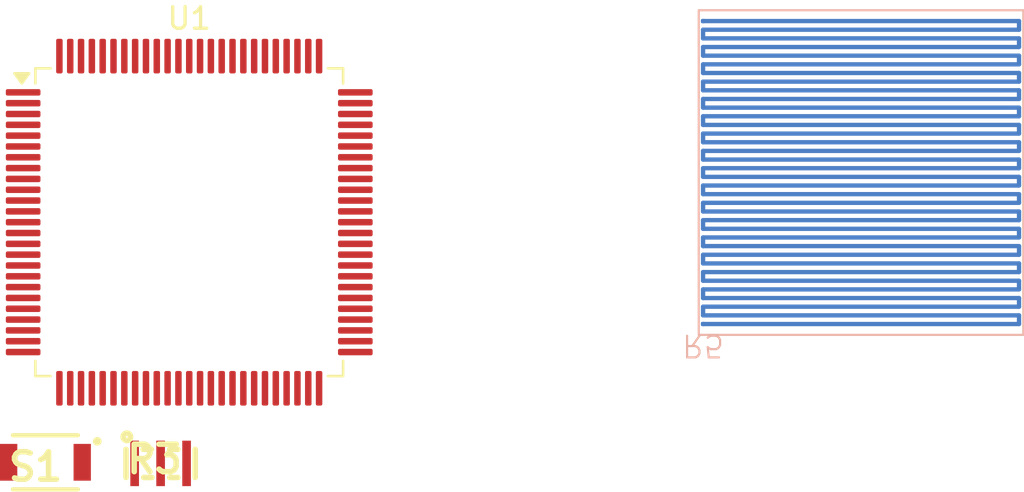
<source format=kicad_pcb>
(kicad_pcb (version 20240108) (generator "pcbnew") (generator_version "8.0")
  (layers (0 "F.Cu" signal) (31 "B.Cu" signal) (34 "B.Paste" user) (35 "F.Paste" user) (36 "B.SilkS" user "B.Silkscreen") (37 "F.SilkS" user "F.Silkscreen") (38 "B.Mask" user) (39 "F.Mask" user) (44 "Edge.Cuts" user))
  (net 0 "")
  (net 1 "/MCU_Core/OSCH_OUT")
  (net 2 "/MCU_Core/OSCH_IN")
  (net 3 "GND")
  (net 6 "/MCU_Core/NRST")
  (net 15 "+3.3V")
  (net 30 "/MCU_Core/Dbg_TX")
  (net 46 "/MCU_Core/VCAP_1")
  (net 49 "/MCU_Core/SWDIO")
  (net 52 "/MCU_Core/VCAP_2")
  (net 64 "/MCU_Core/Dbg_RX")
  (net 66 "+3.3VADC")
  (net 74 "/MCU_Core/BOOT0")
  (net 78 "/MCU_Core/SWCLK")
  (footprint "SamacSys_Parts:CSTCE12M0G55-R0" (layer "F.Cu") (at 67.68214 73.32114)
    (property "Reference" "R3" (at -0.282 -0.192 0) (layer "F.SilkS") (effects (font (size 1.27 1.27) (thickness 0.254))))
    (property "Value" "CSTCE16M00G55-R0" (hide yes))
    (fp_line (start -1.6 0.65) (end -1.6 -0.65) (stroke (width 0.254)) (layer "F.SilkS"))
    (fp_line (start -0.807 -0.65) (end -0.428 -0.65) (stroke (width 0.254)) (layer "F.SilkS"))
    (fp_line (start -0.783 0.65) (end -0.404 0.65) (stroke (width 0.254)) (layer "F.SilkS"))
    (fp_line (start 0.417 -0.65) (end 0.796 -0.65) (stroke (width 0.254)) (layer "F.SilkS"))
    (fp_line (start 0.417 0.65) (end 0.796 0.65) (stroke (width 0.254)) (layer "F.SilkS"))
    (fp_line (start 1.6 -0.65) (end 1.6 0.65) (stroke (width 0.254)) (layer "F.SilkS"))
    (fp_circle (center -1.559 -1.228) (end -1.559 -1.18186) (stroke (width 0.254)) (fill none) (layer "F.SilkS"))
    (pad "1" smd rect (at -1.2 0) (size 0.4 2.1) (layers "F.Cu" "F.Paste" "F.Mask") (net 2 "/MCU_Core/OSCH_IN"))
    (pad "2" smd rect (at 0 0) (size 0.4 2.1) (layers "F.Cu" "F.Paste" "F.Mask") (net 3 "GND"))
    (pad "3" smd rect (at 1.2 0) (size 0.4 2.1) (layers "F.Cu" "F.Paste" "F.Mask") (net 1 "/MCU_Core/OSCH_OUT"))
  )
  (footprint "Package_QFP:LQFP-100_14x14mm_P0.5mm" (layer "F.Cu") (at 69.005 62.175)
    (property "Reference" "U1" (at 0 -9.42 0) (layer "F.SilkS"))
    (property "Value" "STM32F407VETx")
    (fp_line (start -7.11 -7.11) (end -7.11 -6.41) (stroke (width 0.12)) (layer "F.SilkS"))
    (fp_line (start -7.11 7.11) (end -7.11 6.41) (stroke (width 0.12)) (layer "F.SilkS"))
    (fp_line (start -6.41 -7.11) (end -7.11 -7.11) (stroke (width 0.12)) (layer "F.SilkS"))
    (fp_line (start -6.41 7.11) (end -7.11 7.11) (stroke (width 0.12)) (layer "F.SilkS"))
    (fp_line (start 6.41 -7.11) (end 7.11 -7.11) (stroke (width 0.12)) (layer "F.SilkS"))
    (fp_line (start 6.41 7.11) (end 7.11 7.11) (stroke (width 0.12)) (layer "F.SilkS"))
    (fp_line (start 7.11 -7.11) (end 7.11 -6.41) (stroke (width 0.12)) (layer "F.SilkS"))
    (fp_line (start 7.11 7.11) (end 7.11 6.41) (stroke (width 0.12)) (layer "F.SilkS"))
    (fp_poly (pts (xy -7.7375 -6.41) (xy -8.0775 -6.88) (xy -7.3975 -6.88) (xy -7.7375 -6.41)) (stroke (width 0.12)) (fill solid) (layer "F.SilkS"))
    (pad "1" smd roundrect (at -7.675 -6) (size 1.6 0.3) (layers "F.Cu" "F.Paste" "F.Mask"))
    (pad "2" smd roundrect (at -7.675 -5.5) (size 1.6 0.3) (layers "F.Cu" "F.Paste" "F.Mask"))
    (pad "3" smd roundrect (at -7.675 -5) (size 1.6 0.3) (layers "F.Cu" "F.Paste" "F.Mask"))
    (pad "4" smd roundrect (at -7.675 -4.5) (size 1.6 0.3) (layers "F.Cu" "F.Paste" "F.Mask"))
    (pad "5" smd roundrect (at -7.675 -4) (size 1.6 0.3) (layers "F.Cu" "F.Paste" "F.Mask"))
    (pad "6" smd roundrect (at -7.675 -3.5) (size 1.6 0.3) (layers "F.Cu" "F.Paste" "F.Mask") (net 15 "+3.3V"))
    (pad "7" smd roundrect (at -7.675 -3) (size 1.6 0.3) (layers "F.Cu" "F.Paste" "F.Mask"))
    (pad "8" smd roundrect (at -7.675 -2.5) (size 1.6 0.3) (layers "F.Cu" "F.Paste" "F.Mask"))
    (pad "9" smd roundrect (at -7.675 -2) (size 1.6 0.3) (layers "F.Cu" "F.Paste" "F.Mask"))
    (pad "10" smd roundrect (at -7.675 -1.5) (size 1.6 0.3) (layers "F.Cu" "F.Paste" "F.Mask") (net 3 "GND"))
    (pad "11" smd roundrect (at -7.675 -1) (size 1.6 0.3) (layers "F.Cu" "F.Paste" "F.Mask") (net 15 "+3.3V"))
    (pad "12" smd roundrect (at -7.675 -0.5) (size 1.6 0.3) (layers "F.Cu" "F.Paste" "F.Mask") (net 2 "/MCU_Core/OSCH_IN"))
    (pad "13" smd roundrect (at -7.675 0) (size 1.6 0.3) (layers "F.Cu" "F.Paste" "F.Mask") (net 1 "/MCU_Core/OSCH_OUT"))
    (pad "14" smd roundrect (at -7.675 0.5) (size 1.6 0.3) (layers "F.Cu" "F.Paste" "F.Mask") (net 6 "/MCU_Core/NRST"))
    (pad "15" smd roundrect (at -7.675 1) (size 1.6 0.3) (layers "F.Cu" "F.Paste" "F.Mask"))
    (pad "16" smd roundrect (at -7.675 1.5) (size 1.6 0.3) (layers "F.Cu" "F.Paste" "F.Mask"))
    (pad "17" smd roundrect (at -7.675 2) (size 1.6 0.3) (layers "F.Cu" "F.Paste" "F.Mask"))
    (pad "18" smd roundrect (at -7.675 2.5) (size 1.6 0.3) (layers "F.Cu" "F.Paste" "F.Mask"))
    (pad "19" smd roundrect (at -7.675 3) (size 1.6 0.3) (layers "F.Cu" "F.Paste" "F.Mask") (net 15 "+3.3V"))
    (pad "20" smd roundrect (at -7.675 3.5) (size 1.6 0.3) (layers "F.Cu" "F.Paste" "F.Mask") (net 3 "GND"))
    (pad "21" smd roundrect (at -7.675 4) (size 1.6 0.3) (layers "F.Cu" "F.Paste" "F.Mask") (net 66 "+3.3VADC"))
    (pad "22" smd roundrect (at -7.675 4.5) (size 1.6 0.3) (layers "F.Cu" "F.Paste" "F.Mask") (net 66 "+3.3VADC"))
    (pad "23" smd roundrect (at -7.675 5) (size 1.6 0.3) (layers "F.Cu" "F.Paste" "F.Mask"))
    (pad "24" smd roundrect (at -7.675 5.5) (size 1.6 0.3) (layers "F.Cu" "F.Paste" "F.Mask"))
    (pad "25" smd roundrect (at -7.675 6) (size 1.6 0.3) (layers "F.Cu" "F.Paste" "F.Mask"))
    (pad "26" smd roundrect (at -6 7.675) (size 0.3 1.6) (layers "F.Cu" "F.Paste" "F.Mask"))
    (pad "27" smd roundrect (at -5.5 7.675) (size 0.3 1.6) (layers "F.Cu" "F.Paste" "F.Mask") (net 3 "GND"))
    (pad "28" smd roundrect (at -5 7.675) (size 0.3 1.6) (layers "F.Cu" "F.Paste" "F.Mask") (net 15 "+3.3V"))
    (pad "29" smd roundrect (at -4.5 7.675) (size 0.3 1.6) (layers "F.Cu" "F.Paste" "F.Mask"))
    (pad "30" smd roundrect (at -4 7.675) (size 0.3 1.6) (layers "F.Cu" "F.Paste" "F.Mask"))
    (pad "31" smd roundrect (at -3.5 7.675) (size 0.3 1.6) (layers "F.Cu" "F.Paste" "F.Mask"))
    (pad "32" smd roundrect (at -3 7.675) (size 0.3 1.6) (layers "F.Cu" "F.Paste" "F.Mask"))
    (pad "33" smd roundrect (at -2.5 7.675) (size 0.3 1.6) (layers "F.Cu" "F.Paste" "F.Mask"))
    (pad "34" smd roundrect (at -2 7.675) (size 0.3 1.6) (layers "F.Cu" "F.Paste" "F.Mask"))
    (pad "35" smd roundrect (at -1.5 7.675) (size 0.3 1.6) (layers "F.Cu" "F.Paste" "F.Mask"))
    (pad "36" smd roundrect (at -1 7.675) (size 0.3 1.6) (layers "F.Cu" "F.Paste" "F.Mask"))
    (pad "37" smd roundrect (at -0.5 7.675) (size 0.3 1.6) (layers "F.Cu" "F.Paste" "F.Mask"))
    (pad "38" smd roundrect (at 0 7.675) (size 0.3 1.6) (layers "F.Cu" "F.Paste" "F.Mask"))
    (pad "39" smd roundrect (at 0.5 7.675) (size 0.3 1.6) (layers "F.Cu" "F.Paste" "F.Mask"))
    (pad "40" smd roundrect (at 1 7.675) (size 0.3 1.6) (layers "F.Cu" "F.Paste" "F.Mask"))
    (pad "41" smd roundrect (at 1.5 7.675) (size 0.3 1.6) (layers "F.Cu" "F.Paste" "F.Mask"))
    (pad "42" smd roundrect (at 2 7.675) (size 0.3 1.6) (layers "F.Cu" "F.Paste" "F.Mask"))
    (pad "43" smd roundrect (at 2.5 7.675) (size 0.3 1.6) (layers "F.Cu" "F.Paste" "F.Mask"))
    (pad "44" smd roundrect (at 3 7.675) (size 0.3 1.6) (layers "F.Cu" "F.Paste" "F.Mask"))
    (pad "45" smd roundrect (at 3.5 7.675) (size 0.3 1.6) (layers "F.Cu" "F.Paste" "F.Mask"))
    (pad "46" smd roundrect (at 4 7.675) (size 0.3 1.6) (layers "F.Cu" "F.Paste" "F.Mask"))
    (pad "47" smd roundrect (at 4.5 7.675) (size 0.3 1.6) (layers "F.Cu" "F.Paste" "F.Mask"))
    (pad "48" smd roundrect (at 5 7.675) (size 0.3 1.6) (layers "F.Cu" "F.Paste" "F.Mask"))
    (pad "49" smd roundrect (at 5.5 7.675) (size 0.3 1.6) (layers "F.Cu" "F.Paste" "F.Mask") (net 46 "/MCU_Core/VCAP_1"))
    (pad "50" smd roundrect (at 6 7.675) (size 0.3 1.6) (layers "F.Cu" "F.Paste" "F.Mask") (net 15 "+3.3V"))
    (pad "51" smd roundrect (at 7.675 6) (size 1.6 0.3) (layers "F.Cu" "F.Paste" "F.Mask"))
    (pad "52" smd roundrect (at 7.675 5.5) (size 1.6 0.3) (layers "F.Cu" "F.Paste" "F.Mask"))
    (pad "53" smd roundrect (at 7.675 5) (size 1.6 0.3) (layers "F.Cu" "F.Paste" "F.Mask"))
    (pad "54" smd roundrect (at 7.675 4.5) (size 1.6 0.3) (layers "F.Cu" "F.Paste" "F.Mask"))
    (pad "55" smd roundrect (at 7.675 4) (size 1.6 0.3) (layers "F.Cu" "F.Paste" "F.Mask"))
    (pad "56" smd roundrect (at 7.675 3.5) (size 1.6 0.3) (layers "F.Cu" "F.Paste" "F.Mask"))
    (pad "57" smd roundrect (at 7.675 3) (size 1.6 0.3) (layers "F.Cu" "F.Paste" "F.Mask"))
    (pad "58" smd roundrect (at 7.675 2.5) (size 1.6 0.3) (layers "F.Cu" "F.Paste" "F.Mask"))
    (pad "59" smd roundrect (at 7.675 2) (size 1.6 0.3) (layers "F.Cu" "F.Paste" "F.Mask"))
    (pad "60" smd roundrect (at 7.675 1.5) (size 1.6 0.3) (layers "F.Cu" "F.Paste" "F.Mask"))
    (pad "61" smd roundrect (at 7.675 1) (size 1.6 0.3) (layers "F.Cu" "F.Paste" "F.Mask"))
    (pad "62" smd roundrect (at 7.675 0.5) (size 1.6 0.3) (layers "F.Cu" "F.Paste" "F.Mask"))
    (pad "63" smd roundrect (at 7.675 0) (size 1.6 0.3) (layers "F.Cu" "F.Paste" "F.Mask"))
    (pad "64" smd roundrect (at 7.675 -0.5) (size 1.6 0.3) (layers "F.Cu" "F.Paste" "F.Mask"))
    (pad "65" smd roundrect (at 7.675 -1) (size 1.6 0.3) (layers "F.Cu" "F.Paste" "F.Mask"))
    (pad "66" smd roundrect (at 7.675 -1.5) (size 1.6 0.3) (layers "F.Cu" "F.Paste" "F.Mask"))
    (pad "67" smd roundrect (at 7.675 -2) (size 1.6 0.3) (layers "F.Cu" "F.Paste" "F.Mask"))
    (pad "68" smd roundrect (at 7.675 -2.5) (size 1.6 0.3) (layers "F.Cu" "F.Paste" "F.Mask"))
    (pad "69" smd roundrect (at 7.675 -3) (size 1.6 0.3) (layers "F.Cu" "F.Paste" "F.Mask"))
    (pad "70" smd roundrect (at 7.675 -3.5) (size 1.6 0.3) (layers "F.Cu" "F.Paste" "F.Mask"))
    (pad "71" smd roundrect (at 7.675 -4) (size 1.6 0.3) (layers "F.Cu" "F.Paste" "F.Mask"))
    (pad "72" smd roundrect (at 7.675 -4.5) (size 1.6 0.3) (layers "F.Cu" "F.Paste" "F.Mask") (net 49 "/MCU_Core/SWDIO"))
    (pad "73" smd roundrect (at 7.675 -5) (size 1.6 0.3) (layers "F.Cu" "F.Paste" "F.Mask") (net 52 "/MCU_Core/VCAP_2"))
    (pad "74" smd roundrect (at 7.675 -5.5) (size 1.6 0.3) (layers "F.Cu" "F.Paste" "F.Mask") (net 3 "GND"))
    (pad "75" smd roundrect (at 7.675 -6) (size 1.6 0.3) (layers "F.Cu" "F.Paste" "F.Mask") (net 15 "+3.3V"))
    (pad "76" smd roundrect (at 6 -7.675) (size 0.3 1.6) (layers "F.Cu" "F.Paste" "F.Mask") (net 78 "/MCU_Core/SWCLK"))
    (pad "77" smd roundrect (at 5.5 -7.675) (size 0.3 1.6) (layers "F.Cu" "F.Paste" "F.Mask"))
    (pad "78" smd roundrect (at 5 -7.675) (size 0.3 1.6) (layers "F.Cu" "F.Paste" "F.Mask"))
    (pad "79" smd roundrect (at 4.5 -7.675) (size 0.3 1.6) (layers "F.Cu" "F.Paste" "F.Mask"))
    (pad "80" smd roundrect (at 4 -7.675) (size 0.3 1.6) (layers "F.Cu" "F.Paste" "F.Mask") (net 30 "/MCU_Core/Dbg_TX"))
    (pad "81" smd roundrect (at 3.5 -7.675) (size 0.3 1.6) (layers "F.Cu" "F.Paste" "F.Mask"))
    (pad "82" smd roundrect (at 3 -7.675) (size 0.3 1.6) (layers "F.Cu" "F.Paste" "F.Mask"))
    (pad "83" smd roundrect (at 2.5 -7.675) (size 0.3 1.6) (layers "F.Cu" "F.Paste" "F.Mask") (net 64 "/MCU_Core/Dbg_RX"))
    (pad "84" smd roundrect (at 2 -7.675) (size 0.3 1.6) (layers "F.Cu" "F.Paste" "F.Mask"))
    (pad "85" smd roundrect (at 1.5 -7.675) (size 0.3 1.6) (layers "F.Cu" "F.Paste" "F.Mask"))
    (pad "86" smd roundrect (at 1 -7.675) (size 0.3 1.6) (layers "F.Cu" "F.Paste" "F.Mask"))
    (pad "87" smd roundrect (at 0.5 -7.675) (size 0.3 1.6) (layers "F.Cu" "F.Paste" "F.Mask"))
    (pad "88" smd roundrect (at 0 -7.675) (size 0.3 1.6) (layers "F.Cu" "F.Paste" "F.Mask"))
    (pad "89" smd roundrect (at -0.5 -7.675) (size 0.3 1.6) (layers "F.Cu" "F.Paste" "F.Mask"))
    (pad "90" smd roundrect (at -1 -7.675) (size 0.3 1.6) (layers "F.Cu" "F.Paste" "F.Mask"))
    (pad "91" smd roundrect (at -1.5 -7.675) (size 0.3 1.6) (layers "F.Cu" "F.Paste" "F.Mask"))
    (pad "92" smd roundrect (at -2 -7.675) (size 0.3 1.6) (layers "F.Cu" "F.Paste" "F.Mask"))
    (pad "93" smd roundrect (at -2.5 -7.675) (size 0.3 1.6) (layers "F.Cu" "F.Paste" "F.Mask"))
    (pad "94" smd roundrect (at -3 -7.675) (size 0.3 1.6) (layers "F.Cu" "F.Paste" "F.Mask") (net 74 "/MCU_Core/BOOT0"))
    (pad "95" smd roundrect (at -3.5 -7.675) (size 0.3 1.6) (layers "F.Cu" "F.Paste" "F.Mask"))
    (pad "96" smd roundrect (at -4 -7.675) (size 0.3 1.6) (layers "F.Cu" "F.Paste" "F.Mask"))
    (pad "97" smd roundrect (at -4.5 -7.675) (size 0.3 1.6) (layers "F.Cu" "F.Paste" "F.Mask"))
    (pad "98" smd roundrect (at -5 -7.675) (size 0.3 1.6) (layers "F.Cu" "F.Paste" "F.Mask"))
    (pad "99" smd roundrect (at -5.5 -7.675) (size 0.3 1.6) (layers "F.Cu" "F.Paste" "F.Mask") (net 3 "GND"))
    (pad "100" smd roundrect (at -6 -7.675) (size 0.3 1.6) (layers "F.Cu" "F.Paste" "F.Mask") (net 15 "+3.3V"))
  )
  (footprint "SamacSys_Parts:B3U-1000P" (layer "F.Cu") (at 62.36 73.27)
    (property "Reference" "S1" (at -0.461 0.206 0) (layer "F.SilkS") (effects (font (size 1.27 1.27) (thickness 0.254))))
    (property "Value" "RST" (hide yes))
    (fp_line (start -1.5 -1.25) (end 1.5 -1.25) (stroke (width 0.2)) (layer "F.SilkS"))
    (fp_line (start -1.5 1.25) (end 1.5 1.25) (stroke (width 0.2)) (layer "F.SilkS"))
    (fp_circle (center 2.395 -0.971) (end 2.395 -0.871) (stroke (width 0.2)) (fill none) (layer "F.SilkS"))
    (pad "1" smd rect (at 1.7 0) (size 0.8 1.7) (layers "F.Cu" "F.Paste" "F.Mask") (net 3 "GND"))
    (pad "2" smd rect (at -1.7 0) (size 0.8 1.7) (layers "F.Cu" "F.Paste" "F.Mask") (net 6 "/MCU_Core/NRST"))
  )
  (footprint "SamacSys_Parts:IMU_Heater" (layer "B.Cu") (at 92.55 67.38)
    (property "Reference" "R5" (at 0.2 0.5 180) (layer "B.SilkS") (effects (font (thickness 0.1)) (justify mirror)))
    (property "Value" "IMU_Heater")
    (fp_line (start 0.2 -14.5) (end 14.8 -14.5) (stroke (width 0.2)) (layer "B.Cu"))
    (fp_line (start 0.2 -14.1) (end 0.2 -13.7) (stroke (width 0.2)) (layer "B.Cu"))
    (fp_line (start 0.2 -13.7) (end 14.8 -13.7) (stroke (width 0.2)) (layer "B.Cu"))
    (fp_line (start 0.2 -13.3) (end 0.2 -12.9) (stroke (width 0.2)) (layer "B.Cu"))
    (fp_line (start 0.2 -12.9) (end 14.8 -12.9) (stroke (width 0.2)) (layer "B.Cu"))
    (fp_line (start 0.2 -12.5) (end 0.2 -12.1) (stroke (width 0.2)) (layer "B.Cu"))
    (fp_line (start 0.2 -12.1) (end 14.8 -12.1) (stroke (width 0.2)) (layer "B.Cu"))
    (fp_line (start 0.2 -11.7) (end 0.2 -11.3) (stroke (width 0.2)) (layer "B.Cu"))
    (fp_line (start 0.2 -11.3) (end 14.8 -11.3) (stroke (width 0.2)) (layer "B.Cu"))
    (fp_line (start 0.2 -10.9) (end 0.2 -10.5) (stroke (width 0.2)) (layer "B.Cu"))
    (fp_line (start 0.2 -10.5) (end 14.8 -10.5) (stroke (width 0.2)) (layer "B.Cu"))
    (fp_line (start 0.2 -10.1) (end 0.2 -9.7) (stroke (width 0.2)) (layer "B.Cu"))
    (fp_line (start 0.2 -9.7) (end 14.8 -9.7) (stroke (width 0.2)) (layer "B.Cu"))
    (fp_line (start 0.2 -9.3) (end 0.2 -8.9) (stroke (width 0.2)) (layer "B.Cu"))
    (fp_line (start 0.2 -8.9) (end 14.8 -8.9) (stroke (width 0.2)) (layer "B.Cu"))
    (fp_line (start 0.2 -8.5) (end 0.2 -8.1) (stroke (width 0.2)) (layer "B.Cu"))
    (fp_line (start 0.2 -8.1) (end 14.8 -8.1) (stroke (width 0.2)) (layer "B.Cu"))
    (fp_line (start 0.2 -7.7) (end 0.2 -7.3) (stroke (width 0.2)) (layer "B.Cu"))
    (fp_line (start 0.2 -7.3) (end 14.8 -7.3) (stroke (width 0.2)) (layer "B.Cu"))
    (fp_line (start 0.2 -6.9) (end 0.2 -6.5) (stroke (width 0.2)) (layer "B.Cu"))
    (fp_line (start 0.2 -6.5) (end 14.8 -6.5) (stroke (width 0.2)) (layer "B.Cu"))
    (fp_line (start 0.2 -6.1) (end 0.2 -5.7) (stroke (width 0.2)) (layer "B.Cu"))
    (fp_line (start 0.2 -5.7) (end 14.8 -5.7) (stroke (width 0.2)) (layer "B.Cu"))
    (fp_line (start 0.2 -5.3) (end 0.2 -4.9) (stroke (width 0.2)) (layer "B.Cu"))
    (fp_line (start 0.2 -4.9) (end 14.8 -4.9) (stroke (width 0.2)) (layer "B.Cu"))
    (fp_line (start 0.2 -4.5) (end 0.2 -4.1) (stroke (width 0.2)) (layer "B.Cu"))
    (fp_line (start 0.2 -4.1) (end 14.8 -4.1) (stroke (width 0.2)) (layer "B.Cu"))
    (fp_line (start 0.2 -3.7) (end 0.2 -3.3) (stroke (width 0.2)) (layer "B.Cu"))
    (fp_line (start 0.2 -3.3) (end 14.8 -3.3) (stroke (width 0.2)) (layer "B.Cu"))
    (fp_line (start 0.2 -2.9) (end 0.2 -2.5) (stroke (width 0.2)) (layer "B.Cu"))
    (fp_line (start 0.2 -2.5) (end 14.8 -2.5) (stroke (width 0.2)) (layer "B.Cu"))
    (fp_line (start 0.2 -2.1) (end 0.2 -1.7) (stroke (width 0.2)) (layer "B.Cu"))
    (fp_line (start 0.2 -1.7) (end 14.8 -1.7) (stroke (width 0.2)) (layer "B.Cu"))
    (fp_line (start 0.2 -1.3) (end 0.2 -0.9) (stroke (width 0.2)) (layer "B.Cu"))
    (fp_line (start 0.2 -0.9) (end 14.8 -0.9) (stroke (width 0.2)) (layer "B.Cu"))
    (fp_line (start 14.8 -14.5) (end 14.8 -14.1) (stroke (width 0.2)) (layer "B.Cu"))
    (fp_line (start 14.8 -14.1) (end 0.2 -14.1) (stroke (width 0.2)) (layer "B.Cu"))
    (fp_line (start 14.8 -13.7) (end 14.8 -13.3) (stroke (width 0.2)) (layer "B.Cu"))
    (fp_line (start 14.8 -13.3) (end 0.2 -13.3) (stroke (width 0.2)) (layer "B.Cu"))
    (fp_line (start 14.8 -12.9) (end 14.8 -12.5) (stroke (width 0.2)) (layer "B.Cu"))
    (fp_line (start 14.8 -12.5) (end 0.2 -12.5) (stroke (width 0.2)) (layer "B.Cu"))
    (fp_line (start 14.8 -12.1) (end 14.8 -11.7) (stroke (width 0.2)) (layer "B.Cu"))
    (fp_line (start 14.8 -11.7) (end 0.2 -11.7) (stroke (width 0.2)) (layer "B.Cu"))
    (fp_line (start 14.8 -11.3) (end 14.8 -10.9) (stroke (width 0.2)) (layer "B.Cu"))
    (fp_line (start 14.8 -10.9) (end 0.2 -10.9) (stroke (width 0.2)) (layer "B.Cu"))
    (fp_line (start 14.8 -10.5) (end 14.8 -10.1) (stroke (width 0.2)) (layer "B.Cu"))
    (fp_line (start 14.8 -10.1) (end 0.2 -10.1) (stroke (width 0.2)) (layer "B.Cu"))
    (fp_line (start 14.8 -9.7) (end 14.8 -9.3) (stroke (width 0.2)) (layer "B.Cu"))
    (fp_line (start 14.8 -9.3) (end 0.2 -9.3) (stroke (width 0.2)) (layer "B.Cu"))
    (fp_line (start 14.8 -8.9) (end 14.8 -8.5) (stroke (width 0.2)) (layer "B.Cu"))
    (fp_line (start 14.8 -8.5) (end 0.2 -8.5) (stroke (width 0.2)) (layer "B.Cu"))
    (fp_line (start 14.8 -8.1) (end 14.8 -7.7) (stroke (width 0.2)) (layer "B.Cu"))
    (fp_line (start 14.8 -7.7) (end 0.2 -7.7) (stroke (width 0.2)) (layer "B.Cu"))
    (fp_line (start 14.8 -7.3) (end 14.8 -6.9) (stroke (width 0.2)) (layer "B.Cu"))
    (fp_line (start 14.8 -6.9) (end 0.2 -6.9) (stroke (width 0.2)) (layer "B.Cu"))
    (fp_line (start 14.8 -6.5) (end 14.8 -6.1) (stroke (width 0.2)) (layer "B.Cu"))
    (fp_line (start 14.8 -6.1) (end 0.2 -6.1) (stroke (width 0.2)) (layer "B.Cu"))
    (fp_line (start 14.8 -5.7) (end 14.8 -5.3) (stroke (width 0.2)) (layer "B.Cu"))
    (fp_line (start 14.8 -5.3) (end 0.2 -5.3) (stroke (width 0.2)) (layer "B.Cu"))
    (fp_line (start 14.8 -4.9) (end 14.8 -4.5) (stroke (width 0.2)) (layer "B.Cu"))
    (fp_line (start 14.8 -4.5) (end 0.2 -4.5) (stroke (width 0.2)) (layer "B.Cu"))
    (fp_line (start 14.8 -4.1) (end 14.8 -3.7) (stroke (width 0.2)) (layer "B.Cu"))
    (fp_line (start 14.8 -3.7) (end 0.2 -3.7) (stroke (width 0.2)) (layer "B.Cu"))
    (fp_line (start 14.8 -3.3) (end 14.8 -2.9) (stroke (width 0.2)) (layer "B.Cu"))
    (fp_line (start 14.8 -2.9) (end 0.2 -2.9) (stroke (width 0.2)) (layer "B.Cu"))
    (fp_line (start 14.8 -2.5) (end 14.8 -2.1) (stroke (width 0.2)) (layer "B.Cu"))
    (fp_line (start 14.8 -2.1) (end 0.2 -2.1) (stroke (width 0.2)) (layer "B.Cu"))
    (fp_line (start 14.8 -1.7) (end 14.8 -1.3) (stroke (width 0.2)) (layer "B.Cu"))
    (fp_line (start 14.8 -1.3) (end 0.2 -1.3) (stroke (width 0.2)) (layer "B.Cu"))
    (fp_line (start 14.8 -0.9) (end 14.8 -0.5) (stroke (width 0.2)) (layer "B.Cu"))
    (fp_line (start 14.8 -0.5) (end 0.2 -0.5) (stroke (width 0.2)) (layer "B.Cu"))
    (fp_rect (start 15 -15) (end 0 0) (stroke (width 0.1)) (fill none) (layer "B.SilkS"))
    (pad "1" smd roundrect (at 0.2 -0.5) (size 0.2 0.2) (layers "B.Cu" "B.Paste" "B.Mask"))
    (pad "2" smd roundrect (at 0.2 -14.5) (size 0.2 0.2) (layers "B.Cu" "B.Paste" "B.Mask"))
  )
)
</source>
